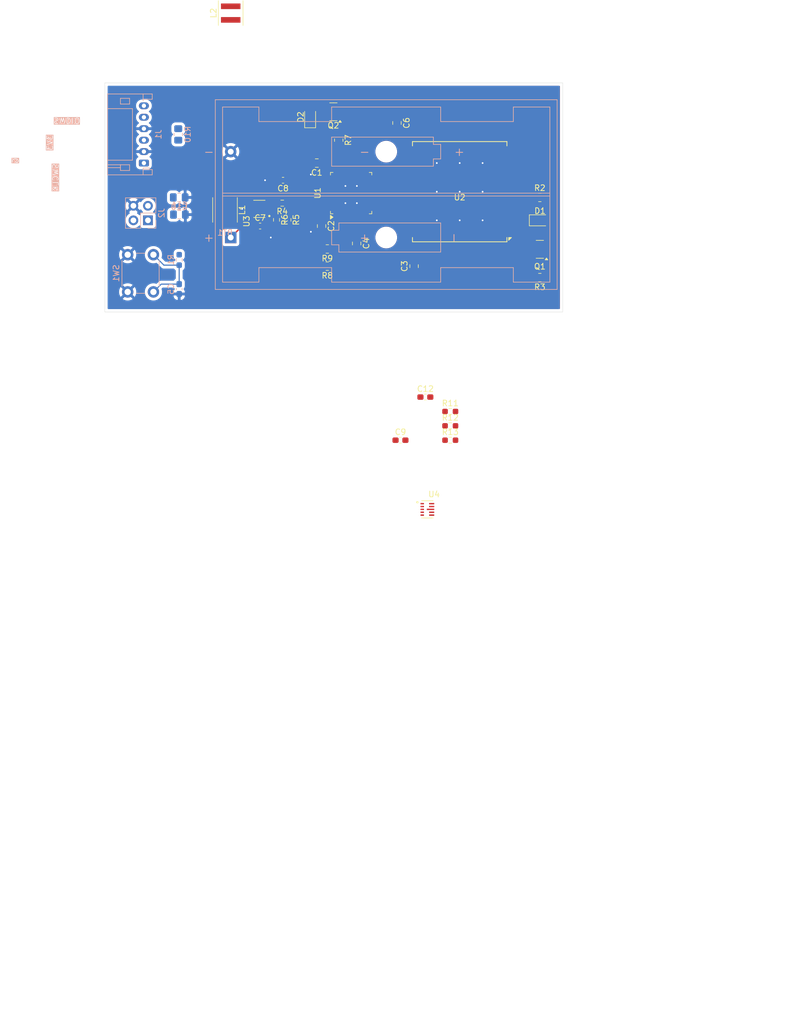
<source format=kicad_pcb>
(kicad_pcb (version 20241229) (generator "pcbnew") (generator_version "9.0")
  (title_block (title "Датчик дыма") (date "2025-05-09") (rev "1") (comment 2 "Бурыкин И.Ю."))
  (layers (0 "F.Cu" signal) (2 "B.Cu" signal) (13 "F.Paste" user) (15 "B.Paste" user) (5 "F.SilkS" user "F.Silkscreen") (7 "B.SilkS" user "B.Silkscreen") (1 "F.Mask" user) (3 "B.Mask" user) (25 "Edge.Cuts" user))
  (net 0 "")
  (net 1 "/BATTERY_IN")
  (net 2 "GNDD")
  (net 3 "Net-(D1-A)")
  (net 4 "Net-(D2-K)")
  (net 5 "Net-(D2-A)")
  (net 6 "/PB12")
  (net 7 "Net-(Q1-G)")
  (net 8 "Net-(Q2-G)")
  (net 9 "Net-(U2-~{RESET})")
  (net 10 "/LORA EN")
  (net 11 "/SENSOR EN")
  (net 12 "Net-(U1-PA7)")
  (net 13 "Net-(U1-PA4)")
  (net 22 "/PB0")
  (net 30 "Net-(U1-PA5)")
  (net 31 "/+3V3 regulated")
  (net 34 "Net-(U1-PA6)")
  (net 35 "/RESET_PIN")
  (net 51 "Net-(J1-Pin_1)")
  (net 52 "/+5V0 regulated")
  (net 53 "/SENSOR DATA")
  (net 54 "/SWDIO")
  (net 55 "Net-(D1-K)")
  (net 56 "/SWCLK")
  (net 57 "Net-(J1-Pin_5)")
  (net 58 "Net-(U3-L1)")
  (net 59 "Net-(U3-L2)")
  (net 60 "Net-(U4-L1)")
  (net 61 "Net-(U4-L2)")
  (net 62 "Net-(U3-PG)")
  (net 63 "Net-(U3-FB)")
  (net 64 "Net-(U4-PG)")
  (net 65 "Net-(U4-FB)")
  (footprint "Resistor_SMD:R_0603_1608Metric_Pad0.98x0.95mm_HandSolder" (layer "F.Cu") (at 93.4175 65.5 180)
    (property "Reference" "R4" (at 0 -1.43 0) (layer "F.SilkS"))
    (property "Value" "100k Rpg")
    (pad "1" smd roundrect (at -0.9125 0 180) (size 0.975 0.95) (layers "F.Cu" "F.Mask" "F.Paste") (net 31 "/+3V3 regulated"))
    (pad "2" smd roundrect (at 0.9125 0 180) (size 0.975 0.95) (layers "F.Cu" "F.Mask" "F.Paste") (net 62 "Net-(U3-PG)"))
  )
  (footprint "Capacitor_SMD:C_0805_2012Metric_Pad1.18x1.45mm_HandSolder" (layer "F.Cu") (at 100.29 69.5 -90)
    (property "Reference" "C2" (at 0 -1.68 90) (layer "F.SilkS"))
    (property "Value" "100n")
    (pad "1" smd roundrect (at -1.0375 0 270) (size 1.175 1.45) (layers "F.Cu" "F.Mask" "F.Paste") (roundrect_rratio 0.212766) (net 31 "/+3V3 regulated"))
    (pad "2" smd roundrect (at 1.0375 0 270) (size 1.175 1.45) (layers "F.Cu" "F.Mask" "F.Paste") (roundrect_rratio 0.212766) (net 2 "GNDD"))
  )
  (footprint "Package_TO_SOT_SMD:SOT-23" (layer "F.Cu") (at 138.4175 73.5625 180)
    (property "Reference" "Q1" (at 0 -3 0) (layer "F.SilkS"))
    (property "Value" "AO3400A")
    (pad "1" smd roundrect (at -0.9375 -0.95 180) (size 1.475 0.6) (layers "F.Cu" "F.Mask" "F.Paste") (net 7 "Net-(Q1-G)"))
    (pad "2" smd roundrect (at -0.9375 0.95 180) (size 1.475 0.6) (layers "F.Cu" "F.Mask" "F.Paste") (net 31 "/+3V3 regulated"))
    (pad "3" smd roundrect (at 0.9375 0 180) (size 1.475 0.6) (layers "F.Cu" "F.Mask" "F.Paste") (net 3 "Net-(D1-A)"))
  )
  (footprint "Capacitor_SMD:C_0805_2012Metric_Pad1.18x1.45mm_HandSolder" (layer "F.Cu") (at 106.4175 72.5375 -90)
    (property "Reference" "C4" (at 0 -1.68 90) (layer "F.SilkS"))
    (property "Value" "100n")
    (pad "1" smd roundrect (at -1.0375 0 270) (size 1.175 1.45) (layers "F.Cu" "F.Mask" "F.Paste") (roundrect_rratio 0.212766) (net 31 "/+3V3 regulated"))
    (pad "2" smd roundrect (at 1.0375 0 270) (size 1.175 1.45) (layers "F.Cu" "F.Mask" "F.Paste") (roundrect_rratio 0.212766) (net 2 "GNDD"))
  )
  (footprint "Diode_SMD:D_0805_2012Metric_Pad1.15x1.40mm_HandSolder" (layer "F.Cu") (at 138.4425 68.5)
    (property "Reference" "D1" (at 0 -1.65 0) (layer "F.SilkS"))
    (property "Value" "1N5819")
    (pad "1" smd roundrect (at -1.025 0) (size 1.15 1.4) (layers "F.Cu" "F.Mask" "F.Paste") (roundrect_rratio 0.217391) (net 55 "Net-(D1-K)"))
    (pad "2" smd roundrect (at 1.025 0) (size 1.15 1.4) (layers "F.Cu" "F.Mask" "F.Paste") (roundrect_rratio 0.217391) (net 3 "Net-(D1-A)"))
  )
  (footprint "Resistor_SMD:R_0603_1608Metric_Pad0.98x0.95mm_HandSolder" (layer "F.Cu") (at 94.4175 68.4125 -90)
    (property "Reference" "R5" (at 0 -1.43 90) (layer "F.SilkS"))
    (property "Value" "511k Rfbt")
    (pad "1" smd roundrect (at -0.9125 0 270) (size 0.975 0.95) (layers "F.Cu" "F.Mask" "F.Paste") (net 31 "/+3V3 regulated"))
    (pad "2" smd roundrect (at 0.9125 0 270) (size 0.975 0.95) (layers "F.Cu" "F.Mask" "F.Paste") (net 63 "Net-(U3-FB)"))
  )
  (footprint "Footprints:VREG_TPS63802DLAR" (layer "F.Cu") (at 89.4175 66.5 180)
    (property "Reference" "U3" (at 2.2275 -2.175 90) (layer "F.SilkS"))
    (property "Value" "TPS63802DLAR")
    (pad "1" smd roundrect (at -0.9 -1 180) (size 0.6 0.25) (layers "F.Cu" "F.Paste") (roundrect_rratio 0.2) (net 1 "/BATTERY_IN"))
    (pad "2" smd roundrect (at -0.9 -0.5 180) (size 0.6 0.25) (layers "F.Cu" "F.Paste") (roundrect_rratio 0.2) (net 2 "GNDD"))
    (pad "3" smd roundrect (at -0.9 0 180) (size 0.6 0.25) (layers "F.Cu" "F.Paste") (roundrect_rratio 0.2) (net 2 "GNDD"))
    (pad "4" smd roundrect (at -0.9 0.5 180) (size 0.6 0.25) (layers "F.Cu" "F.Paste") (roundrect_rratio 0.2) (net 63 "Net-(U3-FB)"))
    (pad "5" smd roundrect (at -0.9 1 180) (size 0.6 0.25) (layers "F.Cu" "F.Paste") (roundrect_rratio 0.2) (net 62 "Net-(U3-PG)"))
    (pad "6" smd roundrect (at 0.75 1 180) (size 0.9 0.25) (layers "F.Cu" "F.Paste") (roundrect_rratio 0.2) (net 31 "/+3V3 regulated"))
    (pad "7" smd roundrect (at 0.75 0.5 180) (size 0.9 0.25) (layers "F.Cu" "F.Paste") (roundrect_rratio 0.2) (net 59 "Net-(U3-L2)"))
    (pad "8" smd roundrect (at 0.55 0 180) (size 1.3 0.25) (layers "F.Cu") (roundrect_rratio 0.2) (net 2 "GNDD"))
    (pad "9" smd roundrect (at 0.75 -0.5 180) (size 0.9 0.25) (layers "F.Cu" "F.Paste") (roundrect_rratio 0.2) (net 58 "Net-(U3-L1)"))
    (pad "10" smd roundrect (at 0.75 -1 180) (size 0.9 0.25) (layers "F.Cu" "F.Paste") (roundrect_rratio 0.2) (net 1 "/BATTERY_IN"))
  )
  (footprint "Footprints:VREG_TPS63802DLAR" (layer "F.Cu") (at 118.7725 118.97)
    (property "Reference" "U4" (at 1.175 -2.635 0) (layer "F.SilkS"))
    (property "Value" "TPS63802DLAR")
    (pad "1" smd roundrect (at -0.9 -1) (size 0.6 0.25) (layers "F.Cu" "F.Paste") (roundrect_rratio 0.2) (net 1 "/BATTERY_IN"))
    (pad "2" smd roundrect (at -0.9 -0.5) (size 0.6 0.25) (layers "F.Cu" "F.Paste") (roundrect_rratio 0.2) (net 2 "GNDD"))
    (pad "3" smd roundrect (at -0.9 0) (size 0.6 0.25) (layers "F.Cu" "F.Paste") (roundrect_rratio 0.2) (net 2 "GNDD"))
    (pad "4" smd roundrect (at -0.9 0.5) (size 0.6 0.25) (layers "F.Cu" "F.Paste") (roundrect_rratio 0.2) (net 65 "Net-(U4-FB)"))
    (pad "5" smd roundrect (at -0.9 1) (size 0.6 0.25) (layers "F.Cu" "F.Paste") (roundrect_rratio 0.2) (net 64 "Net-(U4-PG)"))
    (pad "6" smd roundrect (at 0.75 1) (size 0.9 0.25) (layers "F.Cu" "F.Paste") (roundrect_rratio 0.2) (net 52 "/+5V0 regulated"))
    (pad "7" smd roundrect (at 0.75 0.5) (size 0.9 0.25) (layers "F.Cu" "F.Paste") (roundrect_rratio 0.2) (net 61 "Net-(U4-L2)"))
    (pad "8" smd roundrect (at 0.55 0) (size 1.3 0.25) (layers "F.Cu") (roundrect_rratio 0.2) (net 2 "GNDD"))
    (pad "9" smd roundrect (at 0.75 -0.5) (size 0.9 0.25) (layers "F.Cu" "F.Paste") (roundrect_rratio 0.2) (net 60 "Net-(U4-L1)"))
    (pad "10" smd roundrect (at 0.75 -1) (size 0.9 0.25) (layers "F.Cu" "F.Paste") (roundrect_rratio 0.2) (net 1 "/BATTERY_IN"))
  )
  (footprint "Capacitor_SMD:C_0603_1608Metric_Pad1.08x0.95mm_HandSolder" (layer "F.Cu") (at 93.555 61.5 180)
    (property "Reference" "C8" (at 0 -1.43 0) (layer "F.SilkS"))
    (property "Value" "22u")
    (pad "1" smd roundrect (at -0.8625 0 180) (size 1.075 0.95) (layers "F.Cu" "F.Mask" "F.Paste") (net 31 "/+3V3 regulated"))
    (pad "2" smd roundrect (at 0.8625 0 180) (size 1.075 0.95) (layers "F.Cu" "F.Mask" "F.Paste") (net 2 "GNDD"))
  )
  (footprint "Diode_SMD:D_0805_2012Metric_Pad1.15x1.40mm_HandSolder" (layer "F.Cu") (at 98.29 50.475 90)
    (property "Reference" "D2" (at 0 -1.65 90) (layer "F.SilkS"))
    (property "Value" "1N5819")
    (pad "1" smd roundrect (at -1.025 0 90) (size 1.15 1.4) (layers "F.Cu" "F.Mask" "F.Paste") (roundrect_rratio 0.217391) (net 4 "Net-(D2-K)"))
    (pad "2" smd roundrect (at 1.025 0 90) (size 1.15 1.4) (layers "F.Cu" "F.Mask" "F.Paste") (roundrect_rratio 0.217391) (net 5 "Net-(D2-A)"))
  )
  (footprint "Resistor_SMD:R_0603_1608Metric_Pad0.98x0.95mm_HandSolder" (layer "F.Cu") (at 122.7725 101.87)
    (property "Reference" "R11" (at 0 -1.43 0) (layer "F.SilkS"))
    (property "Value" "100k Rpg")
    (pad "1" smd roundrect (at -0.9125 0) (size 0.975 0.95) (layers "F.Cu" "F.Mask" "F.Paste") (net 52 "/+5V0 regulated"))
    (pad "2" smd roundrect (at 0.9125 0) (size 0.975 0.95) (layers "F.Cu" "F.Mask" "F.Paste") (net 64 "Net-(U4-PG)"))
  )
  (footprint "Resistor_SMD:R_0603_1608Metric_Pad0.98x0.95mm_HandSolder" (layer "F.Cu") (at 122.7725 106.89)
    (property "Reference" "R13" (at 0 -1.43 0) (layer "F.SilkS"))
    (property "Value" "91k Rfbb")
    (pad "1" smd roundrect (at -0.9125 0) (size 0.975 0.95) (layers "F.Cu" "F.Mask" "F.Paste") (net 65 "Net-(U4-FB)"))
    (pad "2" smd roundrect (at 0.9125 0) (size 0.975 0.95) (layers "F.Cu" "F.Mask" "F.Paste") (net 2 "GNDD"))
  )
  (footprint "Inductor_SMD:L_Coilcraft_XxL4020" (layer "F.Cu") (at 83.4175 66.685 -90)
    (property "Reference" "L1" (at 0 -3 90) (layer "F.SilkS"))
    (property "Value" "470n")
    (pad "1" smd rect (at -1.185 0 270) (size 0.98 3.4) (layers "F.Cu" "F.Mask" "F.Paste") (net 59 "Net-(U3-L2)"))
    (pad "2" smd rect (at 1.185 0 270) (size 0.98 3.4) (layers "F.Cu" "F.Mask" "F.Paste") (net 58 "Net-(U3-L1)"))
  )
  (footprint "RF_Module:Ai-Thinker-Ra-01-LoRa" (layer "F.Cu") (at 124.4175 63.5 180)
    (property "Reference" "U2" (at 0 -1 0) (layer "F.SilkS"))
    (property "Value" "Ai-Thinker-Ra-02")
    (pad "1" smd rect (at -8 -7 180) (size 2 1.5) (layers "F.Cu" "F.Mask" "F.Paste") (net 2 "GNDD"))
    (pad "2" smd rect (at -8 -5 180) (size 2 1.5) (layers "F.Cu" "F.Mask" "F.Paste") (net 2 "GNDD"))
    (pad "3" smd rect (at -8 -3 180) (size 2 1.5) (layers "F.Cu" "F.Mask" "F.Paste") (net 55 "Net-(D1-K)"))
    (pad "4" smd rect (at -8 -1 180) (size 2 1.5) (layers "F.Cu" "F.Mask" "F.Paste") (net 9 "Net-(U2-~{RESET})"))
    (pad "5" smd rect (at -8 1 180) (size 2 1.5) (layers "F.Cu" "F.Mask" "F.Paste") (net 22 "/PB0"))
    (pad "6" smd rect (at -8 3 180) (size 2 1.5) (layers "F.Cu" "F.Mask" "F.Paste"))
    (pad "7" smd rect (at -8 5 180) (size 2 1.5) (layers "F.Cu" "F.Mask" "F.Paste"))
    (pad "8" smd rect (at -8 7 180) (size 2 1.5) (layers "F.Cu" "F.Mask" "F.Paste"))
    (pad "9" smd rect (at 8 7 180) (size 2 1.5) (layers "F.Cu" "F.Mask" "F.Paste") (net 2 "GNDD"))
    (pad "10" smd rect (at 8 5 180) (size 2 1.5) (layers "F.Cu" "F.Mask" "F.Paste"))
    (pad "11" smd rect (at 8 3 180) (size 2 1.5) (layers "F.Cu" "F.Mask" "F.Paste"))
    (pad "12" smd rect (at 8 1 180) (size 2 1.5) (layers "F.Cu" "F.Mask" "F.Paste") (net 30 "Net-(U1-PA5)"))
    (pad "13" smd rect (at 8 -1 180) (size 2 1.5) (layers "F.Cu" "F.Mask" "F.Paste") (net 34 "Net-(U1-PA6)"))
    (pad "14" smd rect (at 8 -3 180) (size 2 1.5) (layers "F.Cu" "F.Mask" "F.Paste") (net 12 "Net-(U1-PA7)"))
    (pad "15" smd rect (at 8 -5 180) (size 2 1.5) (layers "F.Cu" "F.Mask" "F.Paste") (net 13 "Net-(U1-PA4)"))
    (pad "16" smd rect (at 8 -7 180) (size 2 1.5) (layers "F.Cu" "F.Mask" "F.Paste") (net 2 "GNDD"))
  )
  (footprint "Resistor_SMD:R_0805_2012Metric_Pad1.20x1.40mm_HandSolder" (layer "F.Cu") (at 138.4175 64.5)
    (property "Reference" "R2" (at 0 -1.65 0) (layer "F.SilkS"))
    (property "Value" "10k")
    (pad "1" smd roundrect (at -1 0) (size 1.2 1.4) (layers "F.Cu" "F.Mask" "F.Paste") (roundrect_rratio 0.208333) (net 9 "Net-(U2-~{RESET})"))
    (pad "2" smd roundrect (at 1 0) (size 1.2 1.4) (layers "F.Cu" "F.Mask" "F.Paste") (roundrect_rratio 0.208333) (net 31 "/+3V3 regulated"))
  )
  (footprint "Resistor_SMD:R_0805_2012Metric_Pad1.20x1.40mm_HandSolder" (layer "F.Cu") (at 138.4175 78.5 180)
    (property "Reference" "R3" (at 0 -1.65 0) (layer "F.SilkS"))
    (property "Value" "10k")
    (pad "1" smd roundrect (at -1 0 180) (size 1.2 1.4) (layers "F.Cu" "F.Mask" "F.Paste") (roundrect_rratio 0.208333) (net 7 "Net-(Q1-G)"))
    (pad "2" smd roundrect (at 1 0 180) (size 1.2 1.4) (layers "F.Cu" "F.Mask" "F.Paste") (roundrect_rratio 0.208333) (net 10 "/LORA EN"))
  )
  (footprint "Resistor_SMD:R_0805_2012Metric_Pad1.20x1.40mm_HandSolder" (layer "F.Cu") (at 103.29 54.5 -90)
    (property "Reference" "R7" (at 0 -1.65 90) (layer "F.SilkS"))
    (property "Value" "10k")
    (pad "1" smd roundrect (at -1 0 270) (size 1.2 1.4) (layers "F.Cu" "F.Mask" "F.Paste") (roundrect_rratio 0.208333) (net 8 "Net-(Q2-G)"))
    (pad "2" smd roundrect (at 1 0 270) (size 1.2 1.4) (layers "F.Cu" "F.Mask" "F.Paste") (roundrect_rratio 0.208333) (net 11 "/SENSOR EN"))
  )
  (footprint "Inductor_SMD:L_Coilcraft_XxL4020" (layer "F.Cu") (at 84.4175 32.315 90)
    (property "Reference" "L2" (at 0 -3 90) (layer "F.SilkS"))
    (property "Value" "470n")
    (pad "1" smd rect (at -1.185 0 90) (size 0.98 3.4) (layers "F.Cu" "F.Mask" "F.Paste") (net 61 "Net-(U4-L2)"))
    (pad "2" smd rect (at 1.185 0 90) (size 0.98 3.4) (layers "F.Cu" "F.Mask" "F.Paste") (net 60 "Net-(U4-L1)"))
  )
  (footprint "Capacitor_SMD:C_0805_2012Metric_Pad1.18x1.45mm_HandSolder" (layer "F.Cu") (at 99.455 58.5 180)
    (property "Reference" "C1" (at 0 -1.68 0) (layer "F.SilkS"))
    (property "Value" "100n")
    (pad "1" smd roundrect (at -1.0375 0 180) (size 1.175 1.45) (layers "F.Cu" "F.Mask" "F.Paste") (roundrect_rratio 0.212766) (net 31 "/+3V3 regulated"))
    (pad "2" smd roundrect (at 1.0375 0 180) (size 1.175 1.45) (layers "F.Cu" "F.Mask" "F.Paste") (roundrect_rratio 0.212766) (net 2 "GNDD"))
  )
  (footprint "Resistor_SMD:R_0805_2012Metric_Pad1.20x1.40mm_HandSolder" (layer "F.Cu") (at 101.29 73.5 180)
    (property "Reference" "R9" (at 0 -1.65 0) (layer "F.SilkS"))
    (property "Value" "330")
    (pad "1" smd roundrect (at -1 0 180) (size 1.2 1.4) (layers "F.Cu" "F.Mask" "F.Paste") (roundrect_rratio 0.208333) (net 53 "/SENSOR DATA"))
    (pad "2" smd roundrect (at 1 0 180) (size 1.2 1.4) (layers "F.Cu" "F.Mask" "F.Paste") (roundrect_rratio 0.208333) (net 2 "GNDD"))
  )
  (footprint "Package_TO_SOT_SMD:SOT-23" (layer "F.Cu") (at 102.3525 49.55 180)
    (property "Reference" "Q2" (at 0 -2.4 0) (layer "F.SilkS"))
    (property "Value" "AO3400A")
    (pad "1" smd roundrect (at -0.9375 -0.95 180) (size 1.475 0.6) (layers "F.Cu" "F.Mask" "F.Paste") (net 8 "Net-(Q2-G)"))
    (pad "2" smd roundrect (at -0.9375 0.95 180) (size 1.475 0.6) (layers "F.Cu" "F.Mask" "F.Paste") (net 52 "/+5V0 regulated"))
    (pad "3" smd roundrect (at 0.9375 0 180) (size 1.475 0.6) (layers "F.Cu" "F.Mask" "F.Paste") (net 5 "Net-(D2-A)"))
  )
  (footprint "Capacitor_SMD:C_0603_1608Metric_Pad1.08x0.95mm_HandSolder" (layer "F.Cu") (at 114.0725 106.89)
    (property "Reference" "C9" (at 0 -1.43 0) (layer "F.SilkS"))
    (property "Value" "22u")
    (pad "1" smd roundrect (at -0.8625 0) (size 1.075 0.95) (layers "F.Cu" "F.Mask" "F.Paste") (net 1 "/BATTERY_IN"))
    (pad "2" smd roundrect (at 0.8625 0) (size 1.075 0.95) (layers "F.Cu" "F.Mask" "F.Paste") (net 2 "GNDD"))
  )
  (footprint "Capacitor_SMD:C_0603_1608Metric_Pad1.08x0.95mm_HandSolder" (layer "F.Cu") (at 89.555 69.5)
    (property "Reference" "C7" (at 0 -1.43 0) (layer "F.SilkS"))
    (property "Value" "22u")
    (pad "1" smd roundrect (at -0.8625 0) (size 1.075 0.95) (layers "F.Cu" "F.Mask" "F.Paste") (net 1 "/BATTERY_IN"))
    (pad "2" smd roundrect (at 0.8625 0) (size 1.075 0.95) (layers "F.Cu" "F.Mask" "F.Paste") (net 2 "GNDD"))
  )
  (footprint "Package_QFP:LQFP-48_7x7mm_P0.5mm" (layer "F.Cu") (at 105.4525 63.75 90)
    (property "Reference" "U1" (at 0 -5.85 90) (layer "F.SilkS"))
    (property "Value" "STM32F103C6Tx")
    (pad "1" smd roundrect (at -4.1625 -2.75 90) (size 1.475 0.3) (layers "F.Cu" "F.Mask" "F.Paste") (net 31 "/+3V3 regulated"))
    (pad "2" smd roundrect (at -4.1625 -2.25 90) (size 1.475 0.3) (layers "F.Cu" "F.Mask" "F.Paste"))
    (pad "3" smd roundrect (at -4.1625 -1.75 90) (size 1.475 0.3) (layers "F.Cu" "F.Mask" "F.Paste"))
    (pad "4" smd roundrect (at -4.1625 -1.25 90) (size 1.475 0.3) (layers "F.Cu" "F.Mask" "F.Paste"))
    (pad "5" smd roundrect (at -4.1625 -0.75 90) (size 1.475 0.3) (layers "F.Cu" "F.Mask" "F.Paste"))
    (pad "6" smd roundrect (at -4.1625 -0.25 90) (size 1.475 0.3) (layers "F.Cu" "F.Mask" "F.Paste"))
    (pad "7" smd roundrect (at -4.1625 0.25 90) (size 1.475 0.3) (layers "F.Cu" "F.Mask" "F.Paste") (net 35 "/RESET_PIN"))
    (pad "8" smd roundrect (at -4.1625 0.75 90) (size 1.475 0.3) (layers "F.Cu" "F.Mask" "F.Paste") (net 2 "GNDD"))
    (pad "9" smd roundrect (at -4.1625 1.25 90) (size 1.475 0.3) (layers "F.Cu" "F.Mask" "F.Paste") (net 31 "/+3V3 regulated"))
    (pad "10" smd roundrect (at -4.1625 1.75 90) (size 1.475 0.3) (layers "F.Cu" "F.Mask" "F.Paste") (net 53 "/SENSOR DATA"))
    (pad "11" smd roundrect (at -4.1625 2.25 90) (size 1.475 0.3) (layers "F.Cu" "F.Mask" "F.Paste"))
    (pad "12" smd roundrect (at -4.1625 2.75 90) (size 1.475 0.3) (layers "F.Cu" "F.Mask" "F.Paste"))
    (pad "13" smd roundrect (at -2.75 4.1625 90) (size 0.3 1.475) (layers "F.Cu" "F.Mask" "F.Paste"))
    (pad "14" smd roundrect (at -2.25 4.1625 90) (size 0.3 1.475) (layers "F.Cu" "F.Mask" "F.Paste") (net 13 "Net-(U1-PA4)"))
    (pad "15" smd roundrect (at -1.75 4.1625 90) (size 0.3 1.475) (layers "F.Cu" "F.Mask" "F.Paste") (net 30 "Net-(U1-PA5)"))
    (pad "16" smd roundrect (at -1.25 4.1625 90) (size 0.3 1.475) (layers "F.Cu" "F.Mask" "F.Paste") (net 34 "Net-(U1-PA6)"))
    (pad "17" smd roundrect (at -0.75 4.1625 90) (size 0.3 1.475) (layers "F.Cu" "F.Mask" "F.Paste") (net 12 "Net-(U1-PA7)"))
    (pad "18" smd roundrect (at -0.25 4.1625 90) (size 0.3 1.475) (layers "F.Cu" "F.Mask" "F.Paste") (net 22 "/PB0"))
    (pad "19" smd roundrect (at 0.25 4.1625 90) (size 0.3 1.475) (layers "F.Cu" "F.Mask" "F.Paste"))
    (pad "20" smd roundrect (at 0.75 4.1625 90) (size 0.3 1.475) (layers "F.Cu" "F.Mask" "F.Paste"))
    (pad "21" smd roundrect (at 1.25 4.1625 90) (size 0.3 1.475) (layers "F.Cu" "F.Mask" "F.Paste") (net 11 "/SENSOR EN"))
    (pad "22" smd roundrect (at 1.75 4.1625 90) (size 0.3 1.475) (layers "F.Cu" "F.Mask" "F.Paste") (net 10 "/LORA EN"))
    (pad "23" smd roundrect (at 2.25 4.1625 90) (size 0.3 1.475) (layers "F.Cu" "F.Mask" "F.Paste") (net 2 "GNDD"))
    (pad "24" smd roundrect (at 2.75 4.1625 90) (size 0.3 1.475) (layers "F.Cu" "F.Mask" "F.Paste") (net 31 "/+3V3 regulated"))
    (pad "25" smd roundrect (at 4.1625 2.75 90) (size 1.475 0.3) (layers "F.Cu" "F.Mask" "F.Paste") (net 6 "/PB12"))
    (pad "26" smd roundrect (at 4.1625 2.25 90) (size 1.475 0.3) (layers "F.Cu" "F.Mask" "F.Paste"))
    (pad "27" smd roundrect (at 4.1625 1.75 90) (size 1.475 0.3) (layers "F.Cu" "F.Mask" "F.Paste"))
    (pad "28" smd roundrect (at 4.1625 1.25 90) (size 1.475 0.3) (layers "F.Cu" "F.Mask" "F.Paste"))
    (pad "29" smd roundrect (at 4.1625 0.75 90) (size 1.475 0.3) (layers "F.Cu" "F.Mask" "F.Paste"))
    (pad "30" smd roundrect (at 4.1625 0.25 90) (size 1.475 0.3) (layers "F.Cu" "F.Mask" "F.Paste"))
    (pad "31" smd roundrect (at 4.1625 -0.25 90) (size 1.475 0.3) (layers "F.Cu" "F.Mask" "F.Paste"))
    (pad "32" smd roundrect (at 4.1625 -0.75 90) (size 1.475 0.3) (layers "F.Cu" "F.Mask" "F.Paste"))
    (pad "33" smd roundrect (at 4.1625 -1.25 90) (size 1.475 0.3) (layers "F.Cu" "F.Mask" "F.Paste"))
    (pad "34" smd roundrect (at 4.1625 -1.75 90) (size 1.475 0.3) (layers "F.Cu" "F.Mask" "F.Paste") (net 54 "/SWDIO"))
    (pad "35" smd roundrect (at 4.1625 -2.25 90) (size 1.475 0.3) (layers "F.Cu" "F.Mask" "F.Paste") (net 2 "GNDD"))
    (pad "36" smd roundrect (at 4.1625 -2.75 90) (size 1.475 0.3) (layers "F.Cu" "F.Mask" "F.Paste") (net 31 "/+3V3 regulated"))
    (pad "37" smd roundrect (at 2.75 -4.1625 90) (size 0.3 1.475) (layers "F.Cu" "F.Mask" "F.Paste") (net 56 "/SWCLK"))
    (pad "38" smd roundrect (at 2.25 -4.1625 90) (size 0.3 1.475) (layers "F.Cu" "F.Mask" "F.Paste"))
    (pad "39" smd roundrect (at 1.75 -4.1625 90) (size 0.3 1.475) (layers "F.Cu" "F.Mask" "F.Paste"))
    (pad "40" smd roundrect (at 1.25 -4.1625 90) (size 0.3 1.475) (layers "F.Cu" "F.Mask" "F.Paste"))
    (pad "41" smd roundrect (at 0.75 -4.1625 90) (size 0.3 1.475) (layers "F.Cu" "F.Mask" "F.Paste"))
    (pad "42" smd roundrect (at 0.25 -4.1625 90) (size 0.3 1.475) (layers "F.Cu" "F.Mask" "F.Paste"))
    (pad "43" smd roundrect (at -0.25 -4.1625 90) (size 0.3 1.475) (layers "F.Cu" "F.Mask" "F.Paste"))
    (pad "44" smd roundrect (at -0.75 -4.1625 90) (size 0.3 1.475) (layers "F.Cu" "F.Mask" "F.Paste"))
    (pad "45" smd roundrect (at -1.25 -4.1625 90) (size 0.3 1.475) (layers "F.Cu" "F.Mask" "F.Paste"))
    (pad "46" smd roundrect (at -1.75 -4.1625 90) (size 0.3 1.475) (layers "F.Cu" "F.Mask" "F.Paste"))
    (pad "47" smd roundrect (at -2.25 -4.1625 90) (size 0.3 1.475) (layers "F.Cu" "F.Mask" "F.Paste") (net 2 "GNDD"))
    (pad "48" smd roundrect (at -2.75 -4.1625 90) (size 0.3 1.475) (layers "F.Cu" "F.Mask" "F.Paste") (net 31 "/+3V3 regulated"))
  )
  (footprint "Capacitor_SMD:C_0805_2012Metric_Pad1.18x1.45mm_HandSolder" (layer "F.Cu") (at 116.455 76.5 90)
    (property "Reference" "C3" (at 0 -1.68 90) (layer "F.SilkS"))
    (property "Value" "100n")
    (pad "1" smd roundrect (at -1.0375 0 90) (size 1.175 1.45) (layers "F.Cu" "F.Mask" "F.Paste") (roundrect_rratio 0.212766) (net 31 "/+3V3 regulated"))
    (pad "2" smd roundrect (at 1.0375 0 90) (size 1.175 1.45) (layers "F.Cu" "F.Mask" "F.Paste") (roundrect_rratio 0.212766) (net 2 "GNDD"))
  )
  (footprint "Resistor_SMD:R_0603_1608Metric_Pad0.98x0.95mm_HandSolder" (layer "F.Cu") (at 122.7725 104.38)
    (property "Reference" "R12" (at 0 -1.43 0) (layer "F.SilkS"))
    (property "Value" "806k Rfbt")
    (pad "1" smd roundrect (at -0.9125 0) (size 0.975 0.95) (layers "F.Cu" "F.Mask" "F.Paste") (net 52 "/+5V0 regulated"))
    (pad "2" smd roundrect (at 0.9125 0) (size 0.975 0.95) (layers "F.Cu" "F.Mask" "F.Paste") (net 65 "Net-(U4-FB)"))
  )
  (footprint "Capacitor_SMD:C_0603_1608Metric_Pad1.08x0.95mm_HandSolder" (layer "F.Cu") (at 118.4225 99.36)
    (property "Reference" "C12" (at 0 -1.43 0) (layer "F.SilkS"))
    (property "Value" "22u")
    (pad "1" smd roundrect (at -0.8625 0) (size 1.075 0.95) (layers "F.Cu" "F.Mask" "F.Paste") (net 52 "/+5V0 regulated"))
    (pad "2" smd roundrect (at 0.8625 0) (size 1.075 0.95) (layers "F.Cu" "F.Mask" "F.Paste") (net 2 "GNDD"))
  )
  (footprint "Resistor_SMD:R_0603_1608Metric_Pad0.98x0.95mm_HandSolder" (layer "F.Cu") (at 92.4175 68.4125 -90)
    (property "Reference" "R6" (at 0 -1.43 90) (layer "F.SilkS"))
    (property "Value" "91k Rfbb")
    (pad "1" smd roundrect (at -0.9125 0 270) (size 0.975 0.95) (layers "F.Cu" "F.Mask" "F.Paste") (net 63 "Net-(U3-FB)"))
    (pad "2" smd roundrect (at 0.9125 0 270) (size 0.975 0.95) (layers "F.Cu" "F.Mask" "F.Paste") (net 2 "GNDD"))
  )
  (footprint "Resistor_SMD:R_0805_2012Metric_Pad1.20x1.40mm_HandSolder" (layer "F.Cu") (at 101.29 76.5 180)
    (property "Reference" "R8" (at 0 -1.65 0) (layer "F.SilkS"))
    (property "Value" "220")
    (pad "1" smd roundrect (at -1 0 180) (size 1.2 1.4) (layers "F.Cu" "F.Mask" "F.Paste") (roundrect_rratio 0.208333) (net 53 "/SENSOR DATA"))
    (pad "2" smd roundrect (at 1 0 180) (size 1.2 1.4) (layers "F.Cu" "F.Mask" "F.Paste") (roundrect_rratio 0.208333) (net 57 "Net-(J1-Pin_5)"))
  )
  (footprint "Capacitor_SMD:C_0805_2012Metric_Pad1.18x1.45mm_HandSolder" (layer "F.Cu") (at 113.455 51.5 -90)
    (property "Reference" "C6" (at 0 -1.68 90) (layer "F.SilkS"))
    (property "Value" "100n")
    (pad "1" smd roundrect (at -1.0375 0 270) (size 1.175 1.45) (layers "F.Cu" "F.Mask" "F.Paste") (roundrect_rratio 0.212766) (net 31 "/+3V3 regulated"))
    (pad "2" smd roundrect (at 1.0375 0 270) (size 1.175 1.45) (layers "F.Cu" "F.Mask" "F.Paste") (roundrect_rratio 0.212766) (net 2 "GNDD"))
  )
  (footprint "Battery:BatteryHolder_Keystone_2462_2xAA" (layer "B.Cu") (at 84.4175 71.5)
    (property "Reference" "BT1" (at -1 -0.84 0) (layer "B.SilkS") (effects (justify mirror)))
    (property "Value" "CR123A 3V")
    (fp_text user "-" (at 38.8875 0.055 90) (layer "B.SilkS") (effects (font (size 1.5 1.5)) (justify mirror)))
    (fp_text user "-" (at -3.81 -14.99 0) (layer "B.SilkS") (effects (font (size 1.5 1.5)) (justify mirror)))
    (fp_text user "+" (at -3.81 0 0) (layer "B.SilkS") (effects (font (size 1.5 1.5)) (justify mirror)))
    (fp_text user "+" (at 39.945 -14.99 0) (layer "B.SilkS") (effects (font (size 1.5 1.5)) (justify mirror)))
    (fp_text user "-" (at 23.3925 -14.99 0) (layer "B.SilkS") (effects (font (size 1.5 1.5)) (justify mirror)))
    (fp_text user "+" (at 23.3925 0 0) (layer "B.SilkS") (effects (font (size 1.5 1.5)) (justify mirror)))
    (pad "" np_thru_hole circle (at 27.165 -14.99) (size 3.3 3.3) (drill 3.3) (layers "*.Cu" "*.Mask"))
    (pad "" np_thru_hole circle (at 27.165 0) (size 3.3 3.3) (drill 3.3) (layers "*.Cu" "*.Mask"))
    (pad "1" thru_hole rect (at 0 0) (size 2 2) (drill 1.02) (layers "*.Cu" "*.Mask") (net 1 "/BATTERY_IN"))
    (pad "2" thru_hole circle (at 0 -14.99) (size 2 2) (drill 1.02) (layers "*.Cu" "*.Mask") (net 2 "GNDD"))
  )
  (footprint "Capacitor_SMD:C_0805_2012Metric_Pad1.18x1.45mm_HandSolder" (layer "B.Cu") (at 75.455 67.5 180)
    (property "Reference" "C11" (at 0 1.68 0) (layer "B.SilkS") (effects (justify mirror)))
    (property "Value" "104, 0805")
    (pad "1" smd roundrect (at -1.0375 0 180) (size 1.175 1.45) (layers "B.Cu" "B.Mask" "B.Paste") (roundrect_rratio 0.212766) (net 2 "GNDD"))
    (pad "2" smd roundrect (at 1.0375 0 180) (size 1.175 1.45) (layers "B.Cu" "B.Mask" "B.Paste") (roundrect_rratio 0.212766) (net 31 "/+3V3 regulated"))
  )
  (footprint "Resistor_SMD:R_0805_2012Metric_Pad1.20x1.40mm_HandSolder" (layer "B.Cu") (at 75.2525 53.5 90)
    (property "Reference" "R10" (at 0 1.65 90) (layer "B.SilkS") (effects (justify mirror)))
    (property "Value" "150")
    (pad "1" smd roundrect (at -1 0 90) (size 1.2 1.4) (layers "B.Cu" "B.Mask" "B.Paste") (roundrect_rratio 0.208333) (net 51 "Net-(J1-Pin_1)"))
    (pad "2" smd roundrect (at 1 0 90) (size 1.2 1.4) (layers "B.Cu" "B.Mask" "B.Paste") (roundrect_rratio 0.208333) (net 4 "Net-(D2-K)"))
  )
  (footprint "Connector_PinHeader_2.54mm:PinHeader_2x02_P2.54mm_Vertical" (layer "B.Cu") (at 69.9575 68.5 90)
    (property "Reference" "J2" (at 1.27 2.38 90) (layer "B.SilkS") (effects (justify mirror)))
    (property "Value" "SWD")
    (pad "1" thru_hole rect (at 0 0 90) (size 1.7 1.7) (drill 1) (layers "*.Cu" "*.Mask") (net 31 "/+3V3 regulated"))
    (pad "2" thru_hole circle (at 2.54 0 90) (size 1.7 1.7) (drill 1) (layers "*.Cu" "*.Mask") (net 54 "/SWDIO"))
    (pad "3" thru_hole circle (at 0 -2.54 90) (size 1.7 1.7) (drill 1) (layers "*.Cu" "*.Mask") (net 56 "/SWCLK"))
    (pad "4" thru_hole circle (at 2.54 -2.54 90) (size 1.7 1.7) (drill 1) (layers "*.Cu" "*.Mask") (net 2 "GNDD"))
  )
  (footprint "Connector_JST:JST_PH_S6B-PH-K_1x06_P2.00mm_Horizontal" (layer "B.Cu") (at 69.2525 58.5 90)
    (property "Reference" "J1" (at 5 2.55 90) (layer "B.SilkS") (effects (justify mirror)))
    (property "Value" "Sharp GP2Y1014AUOF")
    (pad "1" thru_hole roundrect (at 0 0 90) (size 1.2 1.75) (drill 0.75) (layers "*.Cu" "*.Mask") (roundrect_rratio 0.208333) (net 51 "Net-(J1-Pin_1)"))
    (pad "2" thru_hole oval (at 2 0 90) (size 1.2 1.75) (drill 0.75) (layers "*.Cu" "*.Mask") (net 2 "GNDD"))
    (pad "3" thru_hole oval (at 4 0 90) (size 1.2 1.75) (drill 0.75) (layers "*.Cu" "*.Mask") (net 6 "/PB12"))
    (pad "4" thru_hole oval (at 6 0 90) (size 1.2 1.75) (drill 0.75) (layers "*.Cu" "*.Mask") (net 2 "GNDD"))
    (pad "5" thru_hole oval (at 8 0 90) (size 1.2 1.75) (drill 0.75) (layers "*.Cu" "*.Mask") (net 57 "Net-(J1-Pin_5)"))
    (pad "6" thru_hole oval (at 10 0 90) (size 1.2 1.75) (drill 0.75) (layers "*.Cu" "*.Mask") (net 4 "Net-(D2-K)"))
  )
  (footprint "Button_Switch_THT:SW_PUSH_6mm_H4.3mm" (layer "B.Cu") (at 66.4175 74.5 -90)
    (property "Reference" "SW1" (at 3.25 2 90) (layer "B.SilkS") (effects (justify mirror)))
    (property "Value" "SW_Push")
    (pad "1" thru_hole circle (at 0 0 180) (size 2 2) (drill 1.1) (layers "*.Cu" "*.Mask") (net 2 "GNDD"))
    (pad "1" thru_hole circle (at 6.5 0 180) (size 2 2) (drill 1.1) (layers "*.Cu" "*.Mask") (net 2 "GNDD"))
    (pad "2" thru_hole circle (at 0 -4.5 180) (size 2 2) (drill 1.1) (layers "*.Cu" "*.Mask") (net 35 "/RESET_PIN"))
    (pad "2" thru_hole circle (at 6.5 -4.5 180) (size 2 2) (drill 1.1) (layers "*.Cu" "*.Mask") (net 35 "/RESET_PIN"))
  )
  (footprint "Capacitor_SMD:C_0805_2012Metric_Pad1.18x1.45mm_HandSolder" (layer "B.Cu") (at 75.4175 64.5)
    (property "Reference" "C10" (at 0 1.68 0) (layer "B.SilkS") (effects (justify mirror)))
    (property "Value" "220n")
    (pad "1" smd roundrect (at -1.0375 0) (size 1.175 1.45) (layers "B.Cu" "B.Mask" "B.Paste") (roundrect_rratio 0.212766) (net 51 "Net-(J1-Pin_1)"))
    (pad "2" smd roundrect (at 1.0375 0) (size 1.175 1.45) (layers "B.Cu" "B.Mask" "B.Paste") (roundrect_rratio 0.212766) (net 2 "GNDD"))
  )
  (footprint "Capacitor_SMD:C_0603_1608Metric_Pad1.08x0.95mm_HandSolder" (layer "B.Cu") (at 75.4175 80.5 -90)
    (property "Reference" "C5" (at 0 1.43 90) (layer "B.SilkS") (effects (justify mirror)))
    (property "Value" "105, 0603")
    (pad "1" smd roundrect (at -0.8625 0 270) (size 1.075 0.95) (layers "B.Cu" "B.Mask" "B.Paste") (net 35 "/RESET_PIN"))
    (pad "2" smd roundrect (at 0.8625 0 270) (size 1.075 0.95) (layers "B.Cu" "B.Mask" "B.Paste") (net 2 "GNDD"))
  )
  (footprint "Resistor_SMD:R_0603_1608Metric_Pad0.98x0.95mm_HandSolder" (layer "B.Cu") (at 75.4175 75.4125 -90)
    (property "Reference" "R1" (at 0 1.43 90) (layer "B.SilkS") (effects (justify mirror)))
    (property "Value" "10k, 0603")
    (pad "1" smd roundrect (at -0.9125 0 270) (size 0.975 0.95) (layers "B.Cu" "B.Mask" "B.Paste") (net 31 "/+3V3 regulated"))
    (pad "2" smd roundrect (at 0.9125 0 270) (size 0.975 0.95) (layers "B.Cu" "B.Mask" "B.Paste") (net 35 "/RESET_PIN"))
  )
  (gr_line (start 101.29 49.5) (end 98.29 49.5) (stroke (width 0.2)) (layer "F.Cu") (net 5))
  (gr_rect (start 62.4175 44.5) (end 142.4175 84.5) (stroke (width 0.05)) (fill no) (layer "Edge.Cuts"))
  (gr_text "SWCLK" (at 54.4175 58.5 90) (layer "B.SilkS" knockout) (effects (font (size 1 1) (thickness 0.1)) (justify left bottom mirror)))
  (gr_text "3V3" (at 53.4175 53.5 90) (layer "B.SilkS" knockout) (effects (font (size 1 1) (thickness 0.1)) (justify left bottom mirror)))
  (gr_text "SWDIO" (at 53.4175 50.5 180) (layer "B.SilkS" knockout) (effects (font (size 1 1) (thickness 0.1)) (justify left bottom mirror)))
  (gr_text "G" (at 47.4175 57.5 90) (layer "B.SilkS" knockout) (effects (font (size 1 1) (thickness 0.1)) (justify left bottom mirror)))
  (segment (start 88.6675 67.5) (end 90.3175 67.5) (width 0.25) (layer "F.Cu") (net 1))
  (segment (start 88.4175 67.5) (end 84.4175 71.5) (width 0.25) (layer "F.Cu") (net 1))
  (segment (start 88.6925 69.5) (end 88.6925 67.525) (width 0.25) (layer "F.Cu") (net 1))
  (segment (start 88.6675 67.5) (end 88.4175 67.5) (width 0.25) (layer "F.Cu") (net 1))
  (segment (start 88.6925 67.525) (end 88.6675 67.5) (width 0.25) (layer "F.Cu") (net 1))
  (segment (start 92.6925 61.5) (end 90.4175 61.5) (width 0.25) (layer "F.Cu") (net 2))
  (segment (start 91.4175 71.5) (end 91.4175 70.5) (width 0.25) (layer "F.Cu") (net 2))
  (segment (start 103.2025 61.2475) (end 104.455 62.5) (width 0.3) (layer "F.Cu") (net 2))
  (segment (start 103.2025 59.5875) (end 103.2025 61.2475) (width 0.3) (layer "F.Cu") (net 2))
  (segment (start 88.8675 66.5) (end 86.4175 66.5) (width 0.25) (layer "F.Cu") (net 2))
  (segment (start 109.615 61.5) (end 107.455 61.5) (width 0.3) (layer "F.Cu") (net 2))
  (segment (start 132.4175 68.5) (end 129.4175 68.5) (width 0.2) (layer "F.Cu") (net 2))
  (segment (start 91.4175 68.325) (end 91.4175 67.5) (width 0.25) (layer "F.Cu") (net 2))
  (segment (start 91.4175 67.5) (end 90.9175 67) (width 0.25) (layer "F.Cu") (net 2))
  (segment (start 118.4175 70.5) (end 119.4175 69.5) (width 0.2) (layer "F.Cu") (net 2))
  (segment (start 90.9175 67) (end 90.3175 67) (width 0.25) (layer "F.Cu") (net 2))
  (segment (start 130.4175 70.5) (end 129.4175 69.5) (width 0.2) (layer "F.Cu") (net 2))
  (segment (start 118.4175 56.5) (end 119.4175 57.5) (width 0.2) (layer "F.Cu") (net 2))
  (segment (start 116.4175 56.5) (end 118.4175 56.5) (width 0.2) (layer "F.Cu") (net 2))
  (segment (start 103.955 66) (end 104.455 65.5) (width 0.3) (layer "F.Cu") (net 2))
  (segment (start 98.4175 58.5) (end 98.4175 60.5) (width 0.25) (layer "F.Cu") (net 2))
  (segment (start 106.2025 67.9125) (end 106.2025 65.7525) (width 0.3) (layer "F.Cu") (net 2))
  (segment (start 91.4175 70.5) (end 90.4175 69.5) (width 0.25) (layer "F.Cu") (net 2))
  (segment (start 90.3175 66.5) (end 90.3175 67) (width 0.25) (layer "F.Cu") (net 2))
  (segment (start 98.455 70.5375) (end 98.4175 70.5) (width 0.25) (layer "F.Cu") (net 2))
  (segment (start 116.4175 70.5) (end 118.4175 70.5) (width 0.2) (layer "F.Cu") (net 2))
  (segment (start 92.4175 69.325) (end 91.4175 68.325) (width 0.25) (layer "F.Cu") (net 2))
  (segment (start 101.29 66) (end 103.955 66) (width 0.3) (layer "F.Cu") (net 2))
  (segment (start 88.8675 66.5) (end 90.3175 66.5) (width 0.25) (layer "F.Cu") (net 2))
  (segment (start 106.2025 65.7525) (end 106.455 65.5) (width 0.3) (layer "F.Cu") (net 2))
  (segment (start 132.4175 70.5) (end 130.4175 70.5) (width 0.2) (layer "F.Cu") (net 2))
  (segment (start 100.29 70.5375) (end 98.455 70.5375) (width 0.25) (layer "F.Cu") (net 2))
  (segment (start 107.455 61.5) (end 106.455 62.5) (width 0.3) (layer "F.Cu") (net 2))
  (via (at 104.455 62.5) (size 0.6) (drill 0.3) (layers "F.Cu" "B.Cu") (net 2))
  (via (at 120.4175 63.5) (size 0.6) (drill 0.3) (layers "F.Cu" "B.Cu") (net 2))
  (via (at 104.455 65.5) (size 0.6) (drill 0.3) (layers "F.Cu" "B.Cu") (net 2))
  (via (at 90.4175 61.5) (size 0.6) (drill 0.3) (layers "F.Cu" "B.Cu") (net 2))
  (via (at 128.4175 58.5) (size 0.6) (drill 0.3) (layers "F.Cu" "B.Cu") (net 2))
  (via (at 120.4175 58.5) (size 0.6) (drill 0.3) (layers "F.Cu" "B.Cu") (net 2))
  (via (at 124.4175 58.5) (size 0.6) (drill 0.3) (layers "F.Cu" "B.Cu") (net 2))
  (via (at 106.455 65.5) (size 0.6) (drill 0.3) (layers "F.Cu" "B.Cu") (net 2))
  (via (at 120.4175 68.5) (size 0.6) (drill 0.3) (layers "F.Cu" "B.Cu") (net 2))
  (via (at 124.4175 63.5) (size 0.6) (drill 0.3) (layers "F.Cu" "B.Cu") (net 2))
  (via (at 86.4175 66.5) (size 0.6) (drill 0.3) (layers "F.Cu" "B.Cu") (net 2))
  (via (at 98.4175 60.5) (size 0.6) (drill 0.3) (layers "F.Cu" "B.Cu") (net 2))
  (via (at 106.455 62.5) (size 0.6) (drill 0.3) (layers "F.Cu" "B.Cu") (net 2))
  (via (at 124.4175 68.5) (size 0.6) (drill 0.3) (layers "F.Cu" "B.Cu") (net 2))
  (via (at 128.4175 68.5) (size 0.6) (drill 0.3) (layers "F.Cu" "B.Cu") (net 2))
  (via (at 128.4175 63.5) (size 0.6) (drill 0.3) (layers "F.Cu" "B.Cu") (net 2))
  (via (at 98.4175 70.5) (size 0.6) (drill 0.3) (layers "F.Cu" "B.Cu") (net 2))
  (via (at 91.4175 71.5) (size 0.6) (drill 0.3) (layers "F.Cu" "B.Cu") (net 2))
  (segment (start 137.48 70.4875) (end 137.48 73.5625) (width 0.3) (layer "F.Cu") (net 3))
  (segment (start 139.4675 68.5) (end 137.48 70.4875) (width 0.3) (layer "F.Cu") (net 3))
  (segment (start 139.355 74.5125) (end 139.355 78.4375) (width 0.2) (layer "F.Cu") (net 7))
  (segment (start 139.355 78.4375) (end 139.4175 78.5) (width 0.2) (layer "F.Cu") (net 7))
  (segment (start 137.4175 64.5) (end 132.4175 64.5) (width 0.2) (layer "F.Cu") (net 9))
  (segment (start 106.7025 67.9125) (end 106.7025 69.785) (width 0.25) (layer "F.Cu") (net 31))
  (segment (start 102.7025 69.215) (end 102.4175 69.5) (width 0.25) (layer "F.Cu") (net 31))
  (segment (start 109.615 60.3025) (end 110.4175 59.5) (width 0.25) (layer "F.Cu") (net 31))
  (segment (start 102.7025 59.5875) (end 101.505 59.5875) (width 0.25) (layer "F.Cu") (net 31))
  (segment (start 112.4175 60.5) (end 111.9175 61) (width 0.25) (layer "F.Cu") (net 31))
  (segment (start 94.4175 65.5875) (end 94.33 65.5) (width 0.25) (layer "F.Cu") (net 31))
  (segment (start 109.615 61) (end 111.9175 61) (width 0.25) (layer "F.Cu") (net 31))
  (segment (start 90.6675 63.5) (end 93.4175 63.5) (width 1) (layer "F.Cu") (net 31))
  (segment (start 102.7025 67.9125) (end 102.7025 69.215) (width 0.25) (layer "F.Cu") (net 31))
  (segment (start 102.7025 59.5875) (end 102.7025 58.215) (width 0.25) (layer "F.Cu") (net 31))
  (segment (start 109.615 61) (end 109.615 60.3025) (width 0.25) (layer "F.Cu") (net 31))
  (segment (start 102.7025 58.215) (end 103.4175 57.5) (width 0.25) (layer "F.Cu") (net 31))
  (segment (start 94.4175 63.5) (end 97.4175 63.5) (width 1) (layer "F.Cu") (net 31))
  (segment (start 102.7025 67.9125) (end 101.83 67.9125) (width 0.25) (layer "F.Cu") (net 31))
  (segment (start 94.4175 67.5) (end 94.4175 65.5875) (width 0.25) (layer "F.Cu") (net 31))
  (segment (start 93.4175 63.5) (end 94.4175 63.5) (width 1) (layer "F.Cu") (net 31))
  (segment (start 101.29 66.5) (end 101.29 67.3725) (width 0.25) (layer "F.Cu") (net 31))
  (segment (start 88.6675 65.5) (end 90.6675 63.5) (width 0.25) (layer "F.Cu") (net 31))
  (segment (start 94.33 65.5) (end 94.33 64.4125) (width 0.25) (layer "F.Cu") (net 31))
  (segment (start 94.4175 61.5) (end 94.4175 63.5) (width 0.25) (layer "F.Cu") (net 31))
  (segment (start 94.33 64.4125) (end 93.4175 63.5) (width 0.25) (layer "F.Cu") (net 31))
  (segment (start 101.83 67.9125) (end 101.4175 67.5) (width 0.25) (layer "F.Cu") (net 31))
  (segment (start 101.4175 67.5) (end 101.29 67.3725) (width 0.25) (layer "F.Cu") (net 31))
  (segment (start 101.29 66.5) (end 99.4175 66.5) (width 0.25) (layer "F.Cu") (net 31))
  (segment (start 75.4175 79.6375) (end 72.28 79.6375) (width 0.2) (layer "B.Cu") (net 35))
  (segment (start 75.4175 76.325) (end 75.4175 79.6375) (width 0.2) (layer "B.Cu") (net 35))
  (segment (start 75.4175 76.325) (end 72.7425 76.325) (width 0.2) (layer "B.Cu") (net 35))
  (segment (start 72.28 79.6375) (end 70.9175 81) (width 0.2) (layer "B.Cu") (net 35))
  (segment (start 72.7425 76.325) (end 70.9175 74.5) (width 0.2) (layer "B.Cu") (net 35))
  (segment (start 137.4175 68.5) (end 135.4175 66.5) (width 0.3) (layer "F.Cu") (net 55))
  (segment (start 135.4175 66.5) (end 132.4175 66.5) (width 0.3) (layer "F.Cu") (net 55))
  (segment (start 86.9175 67) (end 88.6675 67) (width 0.25) (layer "F.Cu") (net 58))
  (segment (start 83.4175 67.87) (end 86.0475 67.87) (width 0.25) (layer "F.Cu") (net 58))
  (segment (start 86.0475 67.87) (end 86.9175 67) (width 0.25) (layer "F.Cu") (net 58))
  (segment (start 86.4175 65.5) (end 86.9175 66) (width 0.2) (layer "F.Cu") (net 59))
  (segment (start 86.9175 66) (end 88.6675 66) (width 0.2) (layer "F.Cu") (net 59))
  (segment (start 83.4175 65.5) (end 86.4175 65.5) (width 0.2) (layer "F.Cu") (net 59))
  (segment (start 92.505 65.5) (end 90.3175 65.5) (width 0.25) (layer "F.Cu") (net 62))
  (segment (start 90.9175 66) (end 90.3175 66) (width 0.25) (layer "F.Cu") (net 63))
  (segment (start 92.4175 67.5) (end 90.9175 66) (width 0.25) (layer "F.Cu") (net 63))
  (segment (start 94.2425 69.325) (end 92.4175 67.5) (width 0.25) (layer "F.Cu") (net 63))
  (segment (start 94.4175 69.325) (end 94.2425 69.325) (width 0.25) (layer "F.Cu") (net 63))
  (zone (net 2) (net_name "GNDD") (layer "F.Cu") (priority 3) (connect_pads yes (clearance 0.5)) (min_thickness 0.25) (fill yes (thermal_gap 0.5) (thermal_bridge_width 0.5))
    (polygon (pts (xy 103.455 61.5) (xy 107.455 61.5) (xy 107.455 66.5) (xy 103.455 66.5)))
  )
  (zone (net 2) (net_name "GNDD") (layer "F.Cu") (priority 3) (connect_pads yes (clearance 0.5)) (min_thickness 0.25) (fill yes (thermal_gap 0.5) (thermal_bridge_width 0.5))
    (polygon (pts (xy 118.4175 56.5) (xy 130.4175 56.5) (xy 130.4175 70.5) (xy 118.4175 70.5)))
  )
  (zone (net 31) (net_name "/+3V3 regulated") (layer "F.Cu") (priority 2) (connect_pads (clearance 0.5)) (min_thickness 0.25) (fill yes (thermal_gap 0.5) (thermal_bridge_width 0.5))
    (polygon (pts (xy 96.4175 42.5) (xy 144.4175 42.5) (xy 144.4175 86.5) (xy 96.4175 86.5)))
  )
  (zone (net 2) (net_name "GNDD") (layer "B.Cu") (connect_pads (clearance 0.5)) (min_thickness 0.25) (fill yes (thermal_gap 0.5) (thermal_bridge_width 0.5) (island_removal_mode 1) (island_area_min 10))
    (polygon (pts (xy 60.4175 42.5) (xy 144.2525 42.5) (xy 144.2525 86.5) (xy 60.4175 86.5)))
  )
)
</source>
